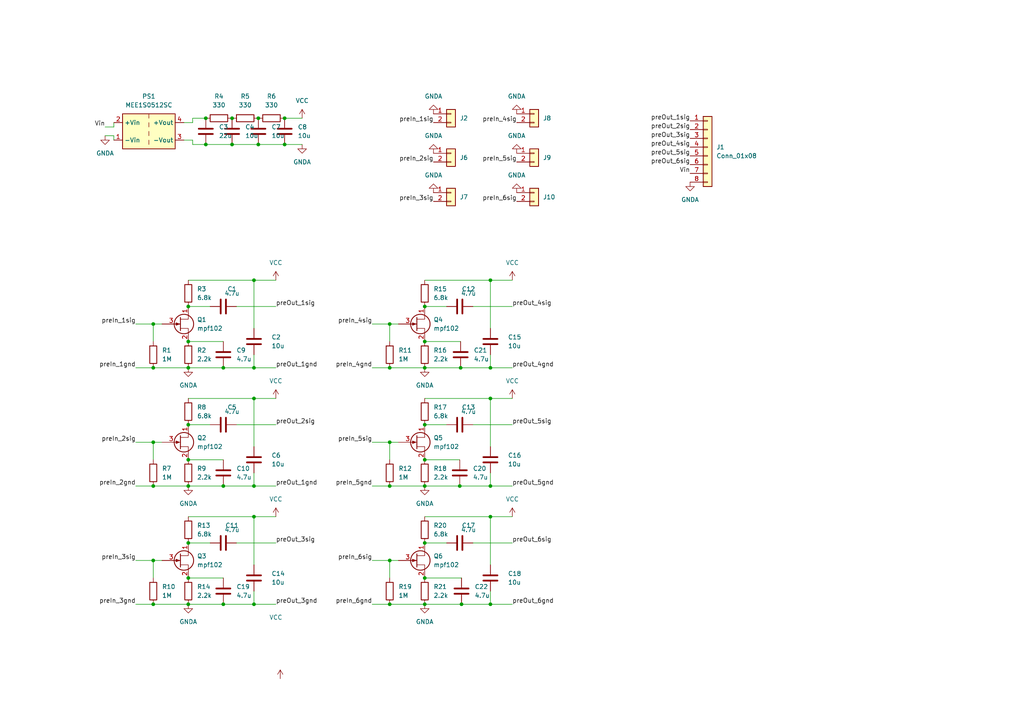
<source format=kicad_sch>
(kicad_sch (version 20211123) (generator eeschema)
  (paper "A4")
  (lib_symbols
    (symbol "Connector_Generic:Conn_01x02" (pin_names (offset 1.016) hide)
      (property "Reference" "J" (at 0 2.54 0))
      (property "Value" "Conn_01x02" (at 0 -5.08 0))
      (symbol "Conn_01x02_1_1"
        (rectangle (start -1.27 -2.413) (end 0 -2.667) (stroke (width 0.1524)))
        (rectangle (start -1.27 0.127) (end 0 -0.127) (stroke (width 0.1524)))
        (rectangle (start -1.27 1.27) (end 1.27 -3.81) (stroke (width 0.254)) (fill (type background)))
        (pin passive line (at -5.08 0 0) (length 3.81) (name "Pin_1") (number "1"))
        (pin passive line (at -5.08 -2.54 0) (length 3.81) (name "Pin_2") (number "2"))
      )
    )
    (symbol "Connector_Generic:Conn_01x08" (pin_names (offset 1.016) hide)
      (property "Reference" "J" (at 0 10.16 0))
      (property "Value" "Conn_01x08" (at 0 -12.7 0))
      (symbol "Conn_01x08_1_1"
        (rectangle (start -1.27 -10.033) (end 0 -10.287) (stroke (width 0.1524)))
        (rectangle (start -1.27 -7.493) (end 0 -7.747) (stroke (width 0.1524)))
        (rectangle (start -1.27 -4.953) (end 0 -5.207) (stroke (width 0.1524)))
        (rectangle (start -1.27 -2.413) (end 0 -2.667) (stroke (width 0.1524)))
        (rectangle (start -1.27 0.127) (end 0 -0.127) (stroke (width 0.1524)))
        (rectangle (start -1.27 2.667) (end 0 2.413) (stroke (width 0.1524)))
        (rectangle (start -1.27 5.207) (end 0 4.953) (stroke (width 0.1524)))
        (rectangle (start -1.27 7.747) (end 0 7.493) (stroke (width 0.1524)))
        (rectangle (start -1.27 8.89) (end 1.27 -11.43) (stroke (width 0.254)) (fill (type background)))
        (pin passive line (at -5.08 7.62 0) (length 3.81) (name "Pin_1") (number "1"))
        (pin passive line (at -5.08 5.08 0) (length 3.81) (name "Pin_2") (number "2"))
        (pin passive line (at -5.08 2.54 0) (length 3.81) (name "Pin_3") (number "3"))
        (pin passive line (at -5.08 0 0) (length 3.81) (name "Pin_4") (number "4"))
        (pin passive line (at -5.08 -2.54 0) (length 3.81) (name "Pin_5") (number "5"))
        (pin passive line (at -5.08 -5.08 0) (length 3.81) (name "Pin_6") (number "6"))
        (pin passive line (at -5.08 -7.62 0) (length 3.81) (name "Pin_7") (number "7"))
        (pin passive line (at -5.08 -10.16 0) (length 3.81) (name "Pin_8") (number "8"))
      )
    )
    (symbol "Converter_DCDC:MEE1S0512SC"
      (property "Reference" "PS" (at -7.62 6.35 0))
      (property "Value" "MEE1S0512SC" (at 1.27 6.35 0))
      (symbol "MEE1S0512SC_0_0"
        (pin power_in line (at -10.16 -2.54 0) (length 2.54) (name "-Vin") (number "1"))
        (pin power_in line (at -10.16 2.54 0) (length 2.54) (name "+Vin") (number "2"))
        (pin power_out line (at 10.16 -2.54 180) (length 2.54) (name "-Vout") (number "3"))
        (pin power_out line (at 10.16 2.54 180) (length 2.54) (name "+Vout") (number "4"))
      )
      (symbol "MEE1S0512SC_0_1"
        (rectangle (start -7.62 5.08) (end 7.62 -5.08) (stroke (width 0.254)) (fill (type background)))
        (polyline (pts (xy 0 -2.54) (xy 0 -3.81)))
        (polyline (pts (xy 0 0) (xy 0 -1.27)))
        (polyline (pts (xy 0 2.54) (xy 0 1.27)))
        (polyline (pts (xy 0 5.08) (xy 0 3.81)))
      )
    )
    (symbol "Device:C" (pin_numbers hide) (pin_names (offset 0.254))
      (property "Reference" "C" (at 0.635 2.54 0))
      (property "Value" "C" (at 0.635 -2.54 0))
      (symbol "C_0_1"
        (polyline (pts (xy -2.032 -0.762) (xy 2.032 -0.762)) (stroke (width 0.508)))
        (polyline (pts (xy -2.032 0.762) (xy 2.032 0.762)) (stroke (width 0.508)))
      )
      (symbol "C_1_1"
        (pin passive line (at 0 3.81 270) (length 2.794) (name "~") (number "1"))
        (pin passive line (at 0 -3.81 90) (length 2.794) (name "~") (number "2"))
      )
    )
    (symbol "Device:Q_NJFET_DSG" (pin_names (offset 0) hide)
      (property "Reference" "Q" (at 5.08 1.27 0))
      (property "Value" "Q_NJFET_DSG" (at 5.08 -1.27 0))
      (symbol "Q_NJFET_DSG_0_1"
        (polyline (pts (xy 0.254 1.905) (xy 0.254 -1.905) (xy 0.254 -1.905)) (stroke (width 0.254)))
        (polyline (pts (xy 2.54 -2.54) (xy 2.54 -1.27) (xy 0.254 -1.27)))
        (polyline (pts (xy 2.54 2.54) (xy 2.54 1.397) (xy 0.254 1.397)))
        (polyline (pts (xy 0 0) (xy -1.016 0.381) (xy -1.016 -0.381) (xy 0 0)) (fill (type outline)))
        (circle (center 1.27 0) (radius 2.8194) (stroke (width 0.254)))
      )
      (symbol "Q_NJFET_DSG_1_1"
        (pin passive line (at 2.54 5.08 270) (length 2.54) (name "D") (number "1"))
        (pin passive line (at 2.54 -5.08 90) (length 2.54) (name "S") (number "2"))
        (pin input line (at -5.08 0 0) (length 5.334) (name "G") (number "3"))
      )
    )
    (symbol "Device:R" (pin_numbers hide) (pin_names (offset 0))
      (property "Reference" "R" (at 2.032 0 90))
      (property "Value" "R" (at 0 0 90))
      (symbol "R_0_1"
        (rectangle (start -1.016 -2.54) (end 1.016 2.54) (stroke (width 0.254)))
      )
      (symbol "R_1_1"
        (pin passive line (at 0 3.81 270) (length 1.27) (name "~") (number "1"))
        (pin passive line (at 0 -3.81 90) (length 1.27) (name "~") (number "2"))
      )
    )
    (symbol "power:GNDA" (power) (pin_names (offset 0))
      (property "Value" "GNDA" (at 0 -3.81 0))
      (symbol "GNDA_0_1"
        (polyline (pts (xy 0 0) (xy 0 -1.27) (xy 1.27 -1.27) (xy 0 -2.54) (xy -1.27 -1.27) (xy 0 -1.27)))
      )
      (symbol "GNDA_1_1"
        (pin power_in line (at 0 0 270) (length 0) hide (name "GNDA") (number "1"))
      )
    )
    (symbol "power:VCC" (power) (pin_names (offset 0))
      (property "Value" "VCC" (at 0 3.81 0))
      (symbol "VCC_0_1"
        (polyline (pts (xy -0.762 1.27) (xy 0 2.54)))
        (polyline (pts (xy 0 0) (xy 0 2.54)))
        (polyline (pts (xy 0 2.54) (xy 0.762 1.27)))
      )
      (symbol "VCC_1_1"
        (pin power_in line (at 0 0 90) (length 0) hide (name "VCC") (number "1"))
      )
    )
  )
  (junction (at 73.66 140.97))
  (junction (at 82.55 41.91))
  (junction (at 142.24 149.86))
  (junction (at 74.93 34.29))
  (junction (at 74.93 41.91))
  (junction (at 54.61 133.35))
  (junction (at 73.66 115.57))
  (junction (at 44.45 175.26))
  (junction (at 123.19 123.19))
  (junction (at 54.61 157.48))
  (junction (at 64.77 140.97))
  (junction (at 44.45 93.98))
  (junction (at 123.19 175.26))
  (junction (at 133.604 106.68))
  (junction (at 113.03 162.56))
  (junction (at 113.03 140.97))
  (junction (at 133.35 140.97))
  (junction (at 54.61 88.9))
  (junction (at 123.19 133.35))
  (junction (at 113.03 175.26))
  (junction (at 113.03 93.98))
  (junction (at 59.69 41.91))
  (junction (at 44.45 106.68))
  (junction (at 123.19 88.9))
  (junction (at 142.24 115.57))
  (junction (at 73.66 149.86))
  (junction (at 44.45 128.27))
  (junction (at 73.66 175.26))
  (junction (at 142.24 106.68))
  (junction (at 113.03 106.68))
  (junction (at 142.24 175.26))
  (junction (at 113.03 128.27))
  (junction (at 54.61 167.64))
  (junction (at 54.61 123.19))
  (junction (at 142.24 81.28))
  (junction (at 73.66 106.68))
  (junction (at 142.24 140.97))
  (junction (at 123.19 106.68))
  (junction (at 54.61 99.06))
  (junction (at 59.69 34.29))
  (junction (at 54.61 140.97))
  (junction (at 67.31 41.91))
  (junction (at 123.19 167.64))
  (junction (at 44.45 140.97))
  (junction (at 64.77 106.68))
  (junction (at 123.19 157.48))
  (junction (at 44.45 162.56))
  (junction (at 82.55 34.29))
  (junction (at 54.61 106.68))
  (junction (at 133.858 175.26))
  (junction (at 64.77 175.26))
  (junction (at 123.19 140.97))
  (junction (at 67.31 34.29))
  (junction (at 123.19 99.06))
  (junction (at 73.66 81.28))
  (junction (at 54.61 175.26))
  (wire (pts (xy 107.95 128.27) (xy 113.03 128.27)))
  (wire (pts (xy 123.19 99.06) (xy 133.604 99.06)))
  (wire (pts (xy 142.24 106.68) (xy 148.59 106.68)))
  (wire (pts (xy 142.24 102.87) (xy 142.24 106.68)))
  (wire (pts (xy 54.61 157.48) (xy 60.96 157.48)))
  (wire (pts (xy 73.66 106.68) (xy 80.01 106.68)))
  (wire (pts (xy 67.31 41.91) (xy 74.93 41.91)))
  (wire (pts (xy 54.61 123.19) (xy 60.96 123.19)))
  (wire (pts (xy 148.59 81.28) (xy 142.24 81.28)))
  (wire (pts (xy 44.45 106.68) (xy 54.61 106.68)))
  (wire (pts (xy 142.24 140.97) (xy 148.59 140.97)))
  (wire (pts (xy 82.55 34.29) (xy 87.63 34.29)))
  (wire (pts (xy 123.19 175.26) (xy 133.858 175.26)))
  (wire (pts (xy 55.88 34.29) (xy 59.69 34.29)))
  (wire (pts (xy 133.604 106.68) (xy 142.24 106.68)))
  (wire (pts (xy 123.19 157.48) (xy 129.54 157.48)))
  (wire (pts (xy 39.37 175.26) (xy 44.45 175.26)))
  (wire (pts (xy 64.77 175.26) (xy 73.66 175.26)))
  (wire (pts (xy 73.66 175.26) (xy 80.01 175.26)))
  (wire (pts (xy 123.19 123.19) (xy 129.54 123.19)))
  (wire (pts (xy 39.37 162.56) (xy 44.45 162.56)))
  (wire (pts (xy 107.95 93.98) (xy 113.03 93.98)))
  (wire (pts (xy 54.61 149.86) (xy 73.66 149.86)))
  (wire (pts (xy 142.24 171.45) (xy 142.24 175.26)))
  (wire (pts (xy 54.61 81.28) (xy 73.66 81.28)))
  (wire (pts (xy 55.88 41.91) (xy 59.69 41.91)))
  (wire (pts (xy 113.03 162.56) (xy 115.57 162.56)))
  (wire (pts (xy 44.45 140.97) (xy 54.61 140.97)))
  (wire (pts (xy 44.45 128.27) (xy 46.99 128.27)))
  (wire (pts (xy 113.03 93.98) (xy 115.57 93.98)))
  (wire (pts (xy 142.24 115.57) (xy 142.24 129.54)))
  (wire (pts (xy 68.58 157.48) (xy 80.01 157.48)))
  (wire (pts (xy 54.61 140.97) (xy 64.77 140.97)))
  (wire (pts (xy 53.34 40.64) (xy 55.88 40.64)))
  (wire (pts (xy 39.37 93.98) (xy 44.45 93.98)))
  (wire (pts (xy 137.16 88.9) (xy 148.59 88.9)))
  (wire (pts (xy 54.61 106.68) (xy 64.77 106.68)))
  (wire (pts (xy 39.37 106.68) (xy 44.45 106.68)))
  (wire (pts (xy 137.16 123.19) (xy 148.59 123.19)))
  (wire (pts (xy 123.19 140.97) (xy 133.35 140.97)))
  (wire (pts (xy 123.19 106.68) (xy 133.604 106.68)))
  (wire (pts (xy 44.45 175.26) (xy 54.61 175.26)))
  (wire (pts (xy 133.35 140.97) (xy 142.24 140.97)))
  (wire (pts (xy 113.03 128.27) (xy 113.03 133.35)))
  (wire (pts (xy 142.24 81.28) (xy 142.24 95.25)))
  (wire (pts (xy 44.45 162.56) (xy 46.99 162.56)))
  (wire (pts (xy 123.19 115.57) (xy 142.24 115.57)))
  (wire (pts (xy 113.03 93.98) (xy 113.03 99.06)))
  (wire (pts (xy 68.58 88.9) (xy 80.01 88.9)))
  (wire (pts (xy 53.34 35.56) (xy 55.88 35.56)))
  (wire (pts (xy 59.69 41.91) (xy 67.31 41.91)))
  (wire (pts (xy 80.01 81.28) (xy 73.66 81.28)))
  (wire (pts (xy 33.02 39.37) (xy 33.02 40.64)))
  (wire (pts (xy 123.19 167.64) (xy 133.858 167.64)))
  (wire (pts (xy 44.45 162.56) (xy 44.45 167.64)))
  (wire (pts (xy 44.45 93.98) (xy 46.99 93.98)))
  (wire (pts (xy 74.93 41.91) (xy 82.55 41.91)))
  (wire (pts (xy 73.66 137.16) (xy 73.66 140.97)))
  (wire (pts (xy 80.01 115.57) (xy 73.66 115.57)))
  (wire (pts (xy 73.66 81.28) (xy 73.66 95.25)))
  (wire (pts (xy 73.66 140.97) (xy 80.01 140.97)))
  (wire (pts (xy 123.19 81.28) (xy 142.24 81.28)))
  (wire (pts (xy 142.24 137.16) (xy 142.24 140.97)))
  (wire (pts (xy 133.858 175.26) (xy 142.24 175.26)))
  (wire (pts (xy 39.37 140.97) (xy 44.45 140.97)))
  (wire (pts (xy 30.48 39.37) (xy 33.02 39.37)))
  (wire (pts (xy 142.24 175.26) (xy 148.59 175.26)))
  (wire (pts (xy 142.24 149.86) (xy 142.24 163.83)))
  (wire (pts (xy 73.66 115.57) (xy 73.66 129.54)))
  (wire (pts (xy 55.88 35.56) (xy 55.88 34.29)))
  (wire (pts (xy 113.03 175.26) (xy 123.19 175.26)))
  (wire (pts (xy 107.95 106.68) (xy 113.03 106.68)))
  (wire (pts (xy 54.61 175.26) (xy 64.77 175.26)))
  (wire (pts (xy 68.58 123.19) (xy 80.01 123.19)))
  (wire (pts (xy 80.01 149.86) (xy 73.66 149.86)))
  (wire (pts (xy 113.03 106.68) (xy 123.19 106.68)))
  (wire (pts (xy 30.48 36.83) (xy 33.02 36.83)))
  (wire (pts (xy 54.61 167.64) (xy 64.77 167.64)))
  (wire (pts (xy 54.61 115.57) (xy 73.66 115.57)))
  (wire (pts (xy 123.19 88.9) (xy 129.54 88.9)))
  (wire (pts (xy 73.66 149.86) (xy 73.66 163.83)))
  (wire (pts (xy 73.66 102.87) (xy 73.66 106.68)))
  (wire (pts (xy 113.03 140.97) (xy 123.19 140.97)))
  (wire (pts (xy 64.77 106.68) (xy 73.66 106.68)))
  (wire (pts (xy 44.45 93.98) (xy 44.45 99.06)))
  (wire (pts (xy 148.59 115.57) (xy 142.24 115.57)))
  (wire (pts (xy 55.88 40.64) (xy 55.88 41.91)))
  (wire (pts (xy 113.03 128.27) (xy 115.57 128.27)))
  (wire (pts (xy 113.03 162.56) (xy 113.03 167.64)))
  (wire (pts (xy 107.95 140.97) (xy 113.03 140.97)))
  (wire (pts (xy 54.61 133.35) (xy 64.77 133.35)))
  (wire (pts (xy 107.95 162.56) (xy 113.03 162.56)))
  (wire (pts (xy 39.37 128.27) (xy 44.45 128.27)))
  (wire (pts (xy 82.55 41.91) (xy 87.63 41.91)))
  (wire (pts (xy 123.19 133.35) (xy 133.35 133.35)))
  (wire (pts (xy 54.61 88.9) (xy 60.96 88.9)))
  (wire (pts (xy 123.19 149.86) (xy 142.24 149.86)))
  (wire (pts (xy 44.45 128.27) (xy 44.45 133.35)))
  (wire (pts (xy 148.59 149.86) (xy 142.24 149.86)))
  (wire (pts (xy 64.77 140.97) (xy 73.66 140.97)))
  (wire (pts (xy 54.61 99.06) (xy 64.77 99.06)))
  (wire (pts (xy 73.66 171.45) (xy 73.66 175.26)))
  (wire (pts (xy 137.16 157.48) (xy 148.59 157.48)))
  (wire (pts (xy 33.02 36.83) (xy 33.02 35.56)))
  (wire (pts (xy 107.95 175.26) (xy 113.03 175.26)))
  (label "preIn_6gnd" (at 107.95 175.26 180))
  (label "preOut_1gnd" (at 80.01 106.68 0))
  (label "preOut_1sig" (at 80.01 88.9 0))
  (label "preOut_5sig" (at 148.59 123.19 0))
  (label "preIn_4sig" (at 107.95 93.98 180))
  (label "preIn_3gnd" (at 39.37 175.26 180))
  (label "preIn_6sig" (at 149.86 58.42 180))
  (label "preOut_1gnd" (at 80.01 140.97 0))
  (label "preOut_3sig" (at 200.152 40.132 180))
  (label "preOut_5sig" (at 200.152 45.212 180))
  (label "preIn_2gnd" (at 39.37 140.97 180))
  (label "preOut_4sig" (at 148.59 88.9 0))
  (label "preOut_6sig" (at 200.152 47.752 180))
  (label "preIn_4gnd" (at 107.95 106.68 180))
  (label "Vin" (at 200.152 50.292 180))
  (label "preIn_1sig" (at 125.73 35.56 180))
  (label "preOut_4sig" (at 200.152 42.672 180))
  (label "preOut_6gnd" (at 148.59 175.26 0))
  (label "preIn_4sig" (at 149.86 35.56 180))
  (label "preIn_5gnd" (at 107.95 140.97 180))
  (label "preIn_2sig" (at 39.37 128.27 180))
  (label "preIn_1sig" (at 39.37 93.98 180))
  (label "preIn_5sig" (at 149.86 46.99 180))
  (label "preIn_5sig" (at 107.95 128.27 180))
  (label "preOut_2sig" (at 80.01 123.19 0))
  (label "preIn_3sig" (at 125.73 58.42 180))
  (label "preOut_4gnd" (at 148.59 106.68 0))
  (label "preIn_1gnd" (at 39.37 106.68 180))
  (label "Vin" (at 30.48 36.83 180))
  (label "preOut_3gnd" (at 80.01 175.26 0))
  (label "preOut_6sig" (at 148.59 157.48 0))
  (label "preIn_3sig" (at 39.37 162.56 180))
  (label "preOut_3sig" (at 80.01 157.48 0))
  (label "preIn_6sig" (at 107.95 162.56 180))
  (label "preOut_2sig" (at 200.152 37.592 180))
  (label "preOut_1sig" (at 200.152 35.052 180))
  (label "preIn_2sig" (at 125.73 46.99 180))
  (label "preOut_5gnd" (at 148.59 140.97 0))
  (symbol (lib_id "Device:R") (at 123.19 102.87 0) (unit 1)
    (property "Reference" "R16" (at 125.73 101.5999 0) (effects (justify left)))
    (property "Value" "2.2k" (at 125.73 104.1399 0) (effects (justify left)))
    (property "Footprint" "Resistor_SMD:R_0805_2012Metric_Pad1.20x1.40mm_HandSolder" (effects hide))
  )
  (symbol (lib_id "Device:Q_NJFET_DSG") (at 52.07 128.27 0) (unit 1)
    (property "Reference" "Q2" (at 57.15 126.9999 0) (effects (justify left)))
    (property "Value" "mpf102" (at 57.15 129.5399 0) (effects (justify left)))
    (property "Footprint" "Package_TO_SOT_THT:TO-92" (effects hide))
  )
  (symbol (lib_id "Device:C") (at 64.77 171.45 0) (unit 1)
    (property "Reference" "C19" (at 68.58 170.1799 0) (effects (justify left)))
    (property "Value" "4.7u" (at 68.58 172.7199 0) (effects (justify left)))
    (property "Footprint" "Capacitor_SMD:C_0805_2012Metric_Pad1.18x1.45mm_HandSolder" (effects hide))
  )
  (symbol (lib_id "Device:C") (at 59.69 38.1 0) (unit 1)
    (property "Reference" "C3" (at 63.5 36.8299 0) (effects (justify left)))
    (property "Value" "22u" (at 63.5 39.3699 0) (effects (justify left)))
    (property "Footprint" "Capacitor_SMD:C_0805_2012Metric_Pad1.18x1.45mm_HandSolder" (effects hide))
  )
  (symbol (lib_id "power:GNDA") (at 87.63 41.91 0) (unit 1)
    (property "Reference" "#PWR0102" (effects hide))
    (property "Value" "GNDA" (at 87.63 46.99 0))
  )
  (symbol (lib_id "Device:R") (at 54.61 171.45 0) (unit 1)
    (property "Reference" "R14" (at 57.15 170.1799 0) (effects (justify left)))
    (property "Value" "2.2k" (at 57.15 172.7199 0) (effects (justify left)))
    (property "Footprint" "Resistor_SMD:R_0805_2012Metric_Pad1.20x1.40mm_HandSolder" (effects hide))
  )
  (symbol (lib_id "power:GNDA") (at 54.61 106.68 0) (unit 1)
    (property "Reference" "#PWR01" (effects hide))
    (property "Value" "GNDA" (at 54.61 111.76 0))
  )
  (symbol (lib_id "power:VCC") (at 80.01 81.28 0) (unit 1)
    (property "Reference" "#PWR0106" (effects hide))
    (property "Value" "VCC" (at 80.01 76.2 0))
  )
  (symbol (lib_id "Device:C") (at 64.77 137.16 0) (unit 1)
    (property "Reference" "C10" (at 68.58 135.8899 0) (effects (justify left)))
    (property "Value" "4.7u" (at 68.58 138.4299 0) (effects (justify left)))
    (property "Footprint" "Capacitor_SMD:C_0805_2012Metric_Pad1.18x1.45mm_HandSolder" (effects hide))
  )
  (symbol (lib_id "Device:R") (at 113.03 102.87 0) (unit 1)
    (property "Reference" "R11" (at 115.57 101.5999 0) (effects (justify left)))
    (property "Value" "1M" (at 115.57 104.1399 0) (effects (justify left)))
    (property "Footprint" "Resistor_SMD:R_0805_2012Metric_Pad1.20x1.40mm_HandSolder" (effects hide))
  )
  (symbol (lib_id "Device:R") (at 123.19 119.38 0) (unit 1)
    (property "Reference" "R17" (at 125.73 118.1099 0) (effects (justify left)))
    (property "Value" "6.8k" (at 125.73 120.6499 0) (effects (justify left)))
    (property "Footprint" "Resistor_SMD:R_0805_2012Metric_Pad1.20x1.40mm_HandSolder" (effects hide))
  )
  (symbol (lib_id "Connector_Generic:Conn_01x02") (at 154.94 44.45 0) (unit 1)
    (property "Reference" "J9" (at 157.48 45.7199 0) (effects (justify left)))
    (property "Value" "Conn_01x02" (effects hide))
    (property "Footprint" "Connector_PinHeader_2.54mm:PinHeader_1x02_P2.54mm_Vertical" (effects hide))
  )
  (symbol (lib_id "Device:C") (at 64.77 157.48 90) (unit 1)
    (property "Reference" "C11" (at 67.31 152.4 90))
    (property "Value" "4.7u" (at 67.31 153.67 90))
    (property "Footprint" "Capacitor_SMD:C_0805_2012Metric_Pad1.18x1.45mm_HandSolder" (effects hide))
  )
  (symbol (lib_id "Device:C") (at 133.35 137.16 0) (unit 1)
    (property "Reference" "C20" (at 137.16 135.8899 0) (effects (justify left)))
    (property "Value" "4.7u" (at 137.16 138.4299 0) (effects (justify left)))
    (property "Footprint" "Capacitor_SMD:C_0805_2012Metric_Pad1.18x1.45mm_HandSolder" (effects hide))
  )
  (symbol (lib_id "Device:Q_NJFET_DSG") (at 52.07 93.98 0) (unit 1)
    (property "Reference" "Q1" (at 57.15 92.7099 0) (effects (justify left)))
    (property "Value" "mpf102" (at 57.15 95.2499 0) (effects (justify left)))
    (property "Footprint" "Package_TO_SOT_THT:TO-92" (effects hide))
  )
  (symbol (lib_id "Device:C") (at 133.604 102.87 0) (unit 1)
    (property "Reference" "C21" (at 137.414 101.5999 0) (effects (justify left)))
    (property "Value" "4.7u" (at 137.414 104.1399 0) (effects (justify left)))
    (property "Footprint" "Capacitor_SMD:C_0805_2012Metric_Pad1.18x1.45mm_HandSolder" (effects hide))
  )
  (symbol (lib_id "Device:C") (at 67.31 38.1 0) (unit 1)
    (property "Reference" "C4" (at 71.12 36.8299 0) (effects (justify left)))
    (property "Value" "10u" (at 71.12 39.3699 0) (effects (justify left)))
    (property "Footprint" "Capacitor_SMD:C_0805_2012Metric_Pad1.18x1.45mm_HandSolder" (effects hide))
  )
  (symbol (lib_id "Converter_DCDC:MEE1S0512SC") (at 43.18 38.1 0) (unit 1)
    (property "Reference" "PS1" (at 43.18 27.94 0))
    (property "Value" "MEE1S0512SC" (at 43.18 30.48 0))
    (property "Footprint" "Converter_DCDC:Converter_DCDC_Murata_MEE1SxxxxSC_THT" (effects hide))
    (property "Datasheet" "https://power.murata.com/pub/data/power/ncl/kdc_mee1.pdf" (effects hide))
  )
  (symbol (lib_id "Device:R") (at 54.61 102.87 0) (unit 1)
    (property "Reference" "R2" (at 57.15 101.5999 0) (effects (justify left)))
    (property "Value" "2.2k" (at 57.15 104.1399 0) (effects (justify left)))
    (property "Footprint" "Resistor_SMD:R_0805_2012Metric_Pad1.20x1.40mm_HandSolder" (effects hide))
  )
  (symbol (lib_id "Device:Q_NJFET_DSG") (at 52.07 162.56 0) (unit 1)
    (property "Reference" "Q3" (at 57.15 161.2899 0) (effects (justify left)))
    (property "Value" "mpf102" (at 57.15 163.8299 0) (effects (justify left)))
    (property "Footprint" "Package_TO_SOT_THT:TO-92" (effects hide))
  )
  (symbol (lib_id "power:GNDA") (at 123.19 140.97 0) (unit 1)
    (property "Reference" "#PWR0104" (effects hide))
    (property "Value" "GNDA" (at 123.19 146.05 0))
  )
  (symbol (lib_id "power:VCC") (at 87.63 34.29 0) (unit 1)
    (property "Reference" "#PWR0103" (effects hide))
    (property "Value" "VCC" (at 87.63 29.21 0))
  )
  (symbol (lib_id "Device:R") (at 113.03 137.16 0) (unit 1)
    (property "Reference" "R12" (at 115.57 135.8899 0) (effects (justify left)))
    (property "Value" "1M" (at 115.57 138.4299 0) (effects (justify left)))
    (property "Footprint" "Resistor_SMD:R_0805_2012Metric_Pad1.20x1.40mm_HandSolder" (effects hide))
  )
  (symbol (lib_id "Device:C") (at 73.66 133.35 0) (unit 1)
    (property "Reference" "C6" (at 78.74 132.0799 0) (effects (justify left)))
    (property "Value" "10u" (at 78.74 134.6199 0) (effects (justify left)))
    (property "Footprint" "Capacitor_SMD:C_0805_2012Metric_Pad1.18x1.45mm_HandSolder" (effects hide))
  )
  (symbol (lib_id "Device:C") (at 64.77 123.19 90) (unit 1)
    (property "Reference" "C5" (at 67.31 118.11 90))
    (property "Value" "4.7u" (at 67.31 119.38 90))
    (property "Footprint" "Capacitor_SMD:C_0805_2012Metric_Pad1.18x1.45mm_HandSolder" (effects hide))
  )
  (symbol (lib_id "Device:Q_NJFET_DSG") (at 120.65 93.98 0) (unit 1)
    (property "Reference" "Q4" (at 125.73 92.7099 0) (effects (justify left)))
    (property "Value" "mpf102" (at 125.73 95.2499 0) (effects (justify left)))
    (property "Footprint" "Package_TO_SOT_THT:TO-92" (effects hide))
  )
  (symbol (lib_id "power:GNDA") (at 125.73 44.45 180) (unit 1)
    (property "Reference" "#PWR010" (effects hide))
    (property "Value" "GNDA" (at 125.73 39.37 0))
  )
  (symbol (lib_id "Device:C") (at 133.35 88.9 90) (unit 1)
    (property "Reference" "C12" (at 135.89 83.82 90))
    (property "Value" "4.7u" (at 135.89 85.09 90))
    (property "Footprint" "Capacitor_SMD:C_0805_2012Metric_Pad1.18x1.45mm_HandSolder" (effects hide))
  )
  (symbol (lib_id "Device:C") (at 142.24 133.35 0) (unit 1)
    (property "Reference" "C16" (at 147.32 132.0799 0) (effects (justify left)))
    (property "Value" "10u" (at 147.32 134.6199 0) (effects (justify left)))
    (property "Footprint" "Capacitor_SMD:C_0805_2012Metric_Pad1.18x1.45mm_HandSolder" (effects hide))
  )
  (symbol (lib_id "Connector_Generic:Conn_01x02") (at 154.94 55.88 0) (unit 1)
    (property "Reference" "J10" (at 157.48 57.1499 0) (effects (justify left)))
    (property "Value" "Conn_01x02" (effects hide))
    (property "Footprint" "Connector_PinHeader_2.54mm:PinHeader_1x02_P2.54mm_Vertical" (effects hide))
  )
  (symbol (lib_id "Device:R") (at 123.19 153.67 0) (unit 1)
    (property "Reference" "R20" (at 125.73 152.3999 0) (effects (justify left)))
    (property "Value" "6.8k" (at 125.73 154.9399 0) (effects (justify left)))
    (property "Footprint" "Resistor_SMD:R_0805_2012Metric_Pad1.20x1.40mm_HandSolder" (effects hide))
  )
  (symbol (lib_id "Device:C") (at 142.24 99.06 0) (unit 1)
    (property "Reference" "C15" (at 147.32 97.7899 0) (effects (justify left)))
    (property "Value" "10u" (at 147.32 100.3299 0) (effects (justify left)))
    (property "Footprint" "Capacitor_SMD:C_0805_2012Metric_Pad1.18x1.45mm_HandSolder" (effects hide))
  )
  (symbol (lib_id "Device:R") (at 123.19 85.09 0) (unit 1)
    (property "Reference" "R15" (at 125.73 83.8199 0) (effects (justify left)))
    (property "Value" "6.8k" (at 125.73 86.3599 0) (effects (justify left)))
    (property "Footprint" "Resistor_SMD:R_0805_2012Metric_Pad1.20x1.40mm_HandSolder" (effects hide))
  )
  (symbol (lib_id "Connector_Generic:Conn_01x08") (at 205.232 42.672 0) (unit 1)
    (property "Reference" "J1" (at 207.772 42.6719 0) (effects (justify left)))
    (property "Value" "Conn_01x08" (at 207.772 45.2119 0) (effects (justify left)))
    (property "Footprint" "Connector_PinHeader_2.54mm:PinHeader_1x08_P2.54mm_Vertical" (effects hide))
  )
  (symbol (lib_id "Device:R") (at 44.45 102.87 0) (unit 1)
    (property "Reference" "R1" (at 46.99 101.5999 0) (effects (justify left)))
    (property "Value" "1M" (at 46.99 104.1399 0) (effects (justify left)))
    (property "Footprint" "Resistor_SMD:R_0805_2012Metric_Pad1.20x1.40mm_HandSolder" (effects hide))
  )
  (symbol (lib_id "power:GNDA") (at 54.61 140.97 0) (unit 1)
    (property "Reference" "#PWR06" (effects hide))
    (property "Value" "GNDA" (at 54.61 146.05 0))
  )
  (symbol (lib_id "Device:C") (at 73.66 99.06 0) (unit 1)
    (property "Reference" "C2" (at 78.74 97.7899 0) (effects (justify left)))
    (property "Value" "10u" (at 78.74 100.3299 0) (effects (justify left)))
    (property "Footprint" "Capacitor_SMD:C_0805_2012Metric_Pad1.18x1.45mm_HandSolder" (effects hide))
  )
  (symbol (lib_id "Device:R") (at 44.45 171.45 0) (unit 1)
    (property "Reference" "R10" (at 46.99 170.1799 0) (effects (justify left)))
    (property "Value" "1M" (at 46.99 172.7199 0) (effects (justify left)))
    (property "Footprint" "Resistor_SMD:R_0805_2012Metric_Pad1.20x1.40mm_HandSolder" (effects hide))
  )
  (symbol (lib_id "Device:R") (at 54.61 119.38 0) (unit 1)
    (property "Reference" "R8" (at 57.15 118.1099 0) (effects (justify left)))
    (property "Value" "6.8k" (at 57.15 120.6499 0) (effects (justify left)))
    (property "Footprint" "Resistor_SMD:R_0805_2012Metric_Pad1.20x1.40mm_HandSolder" (effects hide))
  )
  (symbol (lib_id "Device:R") (at 54.61 85.09 0) (unit 1)
    (property "Reference" "R3" (at 57.15 83.8199 0) (effects (justify left)))
    (property "Value" "6.8k" (at 57.15 86.3599 0) (effects (justify left)))
    (property "Footprint" "Resistor_SMD:R_0805_2012Metric_Pad1.20x1.40mm_HandSolder" (effects hide))
  )
  (symbol (lib_id "power:GNDA") (at 125.73 33.02 180) (unit 1)
    (property "Reference" "#PWR0116" (effects hide))
    (property "Value" "GNDA" (at 125.73 27.94 0))
  )
  (symbol (lib_id "Device:C") (at 82.55 38.1 0) (unit 1)
    (property "Reference" "C8" (at 86.36 36.8299 0) (effects (justify left)))
    (property "Value" "10u" (at 86.36 39.3699 0) (effects (justify left)))
    (property "Footprint" "Capacitor_SMD:C_0805_2012Metric_Pad1.18x1.45mm_HandSolder" (effects hide))
  )
  (symbol (lib_id "Device:R") (at 78.74 34.29 90) (unit 1)
    (property "Reference" "R6" (at 78.74 27.94 90))
    (property "Value" "330" (at 78.74 30.48 90))
    (property "Footprint" "Resistor_SMD:R_0805_2012Metric_Pad1.20x1.40mm_HandSolder" (effects hide))
  )
  (symbol (lib_id "Connector_Generic:Conn_01x02") (at 130.81 55.88 0) (unit 1)
    (property "Reference" "J7" (at 133.35 57.1499 0) (effects (justify left)))
    (property "Value" "Conn_01x02" (effects hide))
    (property "Footprint" "Connector_PinHeader_2.54mm:PinHeader_1x02_P2.54mm_Vertical" (effects hide))
  )
  (symbol (lib_id "Device:C") (at 133.858 171.45 0) (unit 1)
    (property "Reference" "C22" (at 137.668 170.1799 0) (effects (justify left)))
    (property "Value" "4.7u" (at 137.668 172.7199 0) (effects (justify left)))
    (property "Footprint" "Capacitor_SMD:C_0805_2012Metric_Pad1.18x1.45mm_HandSolder" (effects hide))
  )
  (symbol (lib_id "power:VCC") (at 81.28 196.85 0) (unit 1)
    (property "Reference" "#PWR0109" (effects hide))
    (property "Value" "VCC" (at 80.01 179.07 0))
  )
  (symbol (lib_id "Device:Q_NJFET_DSG") (at 120.65 128.27 0) (unit 1)
    (property "Reference" "Q5" (at 125.73 126.9999 0) (effects (justify left)))
    (property "Value" "mpf102" (at 125.73 129.5399 0) (effects (justify left)))
    (property "Footprint" "Package_TO_SOT_THT:TO-92" (effects hide))
  )
  (symbol (lib_id "power:GNDA") (at 125.73 55.88 180) (unit 1)
    (property "Reference" "#PWR0108" (effects hide))
    (property "Value" "GNDA" (at 125.73 50.8 0))
  )
  (symbol (lib_id "Device:C") (at 74.93 38.1 0) (unit 1)
    (property "Reference" "C7" (at 78.74 36.8299 0) (effects (justify left)))
    (property "Value" "10u" (at 78.74 39.3699 0) (effects (justify left)))
    (property "Footprint" "Capacitor_SMD:C_0805_2012Metric_Pad1.18x1.45mm_HandSolder" (effects hide))
  )
  (symbol (lib_id "power:GNDA") (at 123.19 106.68 0) (unit 1)
    (property "Reference" "#PWR0101" (effects hide))
    (property "Value" "GNDA" (at 123.19 111.76 0))
  )
  (symbol (lib_id "Device:C") (at 142.24 167.64 0) (unit 1)
    (property "Reference" "C18" (at 147.32 166.3699 0) (effects (justify left)))
    (property "Value" "10u" (at 147.32 168.9099 0) (effects (justify left)))
    (property "Footprint" "Capacitor_SMD:C_0805_2012Metric_Pad1.18x1.45mm_HandSolder" (effects hide))
  )
  (symbol (lib_id "Device:Q_NJFET_DSG") (at 120.65 162.56 0) (unit 1)
    (property "Reference" "Q6" (at 125.73 161.2899 0) (effects (justify left)))
    (property "Value" "mpf102" (at 125.73 163.8299 0) (effects (justify left)))
    (property "Footprint" "Package_TO_SOT_THT:TO-92" (effects hide))
  )
  (symbol (lib_id "power:VCC") (at 80.01 115.57 0) (unit 1)
    (property "Reference" "#PWR07" (effects hide))
    (property "Value" "VCC" (at 80.01 110.49 0))
  )
  (symbol (lib_id "power:GNDA") (at 149.86 33.02 180) (unit 1)
    (property "Reference" "#PWR0112" (effects hide))
    (property "Value" "GNDA" (at 149.86 27.94 0))
  )
  (symbol (lib_id "Device:R") (at 123.19 171.45 0) (unit 1)
    (property "Reference" "R21" (at 125.73 170.1799 0) (effects (justify left)))
    (property "Value" "2.2k" (at 125.73 172.7199 0) (effects (justify left)))
    (property "Footprint" "Resistor_SMD:R_0805_2012Metric_Pad1.20x1.40mm_HandSolder" (effects hide))
  )
  (symbol (lib_id "power:GNDA") (at 200.152 52.832 0) (unit 1)
    (property "Reference" "#PWR0117" (effects hide))
    (property "Value" "GNDA" (at 200.152 57.912 0))
  )
  (symbol (lib_id "Device:C") (at 64.77 88.9 90) (unit 1)
    (property "Reference" "C1" (at 67.31 83.82 90))
    (property "Value" "4.7u" (at 67.31 85.09 90))
    (property "Footprint" "Capacitor_SMD:C_0805_2012Metric_Pad1.18x1.45mm_HandSolder" (effects hide))
  )
  (symbol (lib_id "Connector_Generic:Conn_01x02") (at 130.81 33.02 0) (unit 1)
    (property "Reference" "J2" (at 133.35 34.2899 0) (effects (justify left)))
    (property "Value" "Conn_01x02" (effects hide))
    (property "Footprint" "Connector_PinHeader_2.54mm:PinHeader_1x02_P2.54mm_Vertical" (effects hide))
  )
  (symbol (lib_id "Device:C") (at 64.77 102.87 0) (unit 1)
    (property "Reference" "C9" (at 68.58 101.5999 0) (effects (justify left)))
    (property "Value" "4.7u" (at 68.58 104.1399 0) (effects (justify left)))
    (property "Footprint" "Capacitor_SMD:C_0805_2012Metric_Pad1.18x1.45mm_HandSolder" (effects hide))
  )
  (symbol (lib_id "power:VCC") (at 148.59 81.28 0) (unit 1)
    (property "Reference" "#PWR0119" (effects hide))
    (property "Value" "VCC" (at 148.59 76.2 0))
  )
  (symbol (lib_id "power:GNDA") (at 123.19 175.26 0) (unit 1)
    (property "Reference" "#PWR0107" (effects hide))
    (property "Value" "GNDA" (at 123.19 180.34 0))
  )
  (symbol (lib_id "Connector_Generic:Conn_01x02") (at 130.81 44.45 0) (unit 1)
    (property "Reference" "J6" (at 133.35 45.7199 0) (effects (justify left)))
    (property "Value" "Conn_01x02" (effects hide))
    (property "Footprint" "Connector_PinHeader_2.54mm:PinHeader_1x02_P2.54mm_Vertical" (effects hide))
  )
  (symbol (lib_id "power:GNDA") (at 149.86 44.45 180) (unit 1)
    (property "Reference" "#PWR0114" (effects hide))
    (property "Value" "GNDA" (at 149.86 39.37 0))
  )
  (symbol (lib_id "Device:R") (at 54.61 137.16 0) (unit 1)
    (property "Reference" "R9" (at 57.15 135.8899 0) (effects (justify left)))
    (property "Value" "2.2k" (at 57.15 138.4299 0) (effects (justify left)))
    (property "Footprint" "Resistor_SMD:R_0805_2012Metric_Pad1.20x1.40mm_HandSolder" (effects hide))
  )
  (symbol (lib_id "Device:R") (at 71.12 34.29 90) (unit 1)
    (property "Reference" "R5" (at 71.12 27.94 90))
    (property "Value" "330" (at 71.12 30.48 90))
    (property "Footprint" "Resistor_SMD:R_0805_2012Metric_Pad1.20x1.40mm_HandSolder" (effects hide))
  )
  (symbol (lib_id "power:GNDA") (at 149.86 55.88 180) (unit 1)
    (property "Reference" "#PWR0113" (effects hide))
    (property "Value" "GNDA" (at 149.86 50.8 0))
  )
  (symbol (lib_id "Device:C") (at 133.35 123.19 90) (unit 1)
    (property "Reference" "C13" (at 135.89 118.11 90))
    (property "Value" "4.7u" (at 135.89 119.38 90))
    (property "Footprint" "Capacitor_SMD:C_0805_2012Metric_Pad1.18x1.45mm_HandSolder" (effects hide))
  )
  (symbol (lib_id "Device:R") (at 54.61 153.67 0) (unit 1)
    (property "Reference" "R13" (at 57.15 152.3999 0) (effects (justify left)))
    (property "Value" "6.8k" (at 57.15 154.9399 0) (effects (justify left)))
    (property "Footprint" "Resistor_SMD:R_0805_2012Metric_Pad1.20x1.40mm_HandSolder" (effects hide))
  )
  (symbol (lib_id "power:GNDA") (at 54.61 175.26 0) (unit 1)
    (property "Reference" "#PWR0110" (effects hide))
    (property "Value" "GNDA" (at 54.61 180.34 0))
  )
  (symbol (lib_id "Device:R") (at 44.45 137.16 0) (unit 1)
    (property "Reference" "R7" (at 46.99 135.8899 0) (effects (justify left)))
    (property "Value" "1M" (at 46.99 138.4299 0) (effects (justify left)))
    (property "Footprint" "Resistor_SMD:R_0805_2012Metric_Pad1.20x1.40mm_HandSolder" (effects hide))
  )
  (symbol (lib_id "Connector_Generic:Conn_01x02") (at 154.94 33.02 0) (unit 1)
    (property "Reference" "J8" (at 157.48 34.2899 0) (effects (justify left)))
    (property "Value" "Conn_01x02" (effects hide))
    (property "Footprint" "Connector_PinHeader_2.54mm:PinHeader_1x02_P2.54mm_Vertical" (effects hide))
  )
  (symbol (lib_id "Device:R") (at 113.03 171.45 0) (unit 1)
    (property "Reference" "R19" (at 115.57 170.1799 0) (effects (justify left)))
    (property "Value" "1M" (at 115.57 172.7199 0) (effects (justify left)))
    (property "Footprint" "Resistor_SMD:R_0805_2012Metric_Pad1.20x1.40mm_HandSolder" (effects hide))
  )
  (symbol (lib_id "power:GNDA") (at 30.48 39.37 0) (unit 1)
    (property "Reference" "#PWR0115" (effects hide))
    (property "Value" "GNDA" (at 30.48 44.45 0))
  )
  (symbol (lib_id "power:VCC") (at 80.01 149.86 0) (unit 1)
    (property "Reference" "#PWR0111" (effects hide))
    (property "Value" "VCC" (at 80.01 144.78 0))
  )
  (symbol (lib_id "power:VCC") (at 148.59 149.86 0) (unit 1)
    (property "Reference" "#PWR0118" (effects hide))
    (property "Value" "VCC" (at 148.59 144.78 0))
  )
  (symbol (lib_id "Device:C") (at 133.35 157.48 90) (unit 1)
    (property "Reference" "C17" (at 135.89 152.4 90))
    (property "Value" "4.7u" (at 135.89 153.67 90))
    (property "Footprint" "Capacitor_SMD:C_0805_2012Metric_Pad1.18x1.45mm_HandSolder" (effects hide))
  )
  (symbol (lib_id "Device:R") (at 123.19 137.16 0) (unit 1)
    (property "Reference" "R18" (at 125.73 135.8899 0) (effects (justify left)))
    (property "Value" "2.2k" (at 125.73 138.4299 0) (effects (justify left)))
    (property "Footprint" "Resistor_SMD:R_0805_2012Metric_Pad1.20x1.40mm_HandSolder" (effects hide))
  )
  (symbol (lib_id "Device:R") (at 63.5 34.29 90) (unit 1)
    (property "Reference" "R4" (at 63.5 27.94 90))
    (property "Value" "330" (at 63.5 30.48 90))
    (property "Footprint" "Resistor_SMD:R_0805_2012Metric_Pad1.20x1.40mm_HandSolder" (effects hide))
  )
  (symbol (lib_id "Device:C") (at 73.66 167.64 0) (unit 1)
    (property "Reference" "C14" (at 78.74 166.3699 0) (effects (justify left)))
    (property "Value" "10u" (at 78.74 168.9099 0) (effects (justify left)))
    (property "Footprint" "Capacitor_SMD:C_0805_2012Metric_Pad1.18x1.45mm_HandSolder" (effects hide))
  )
  (symbol (lib_id "power:VCC") (at 148.59 115.57 0) (unit 1)
    (property "Reference" "#PWR0105" (effects hide))
    (property "Value" "VCC" (at 148.59 110.49 0))
  )
)
</source>
